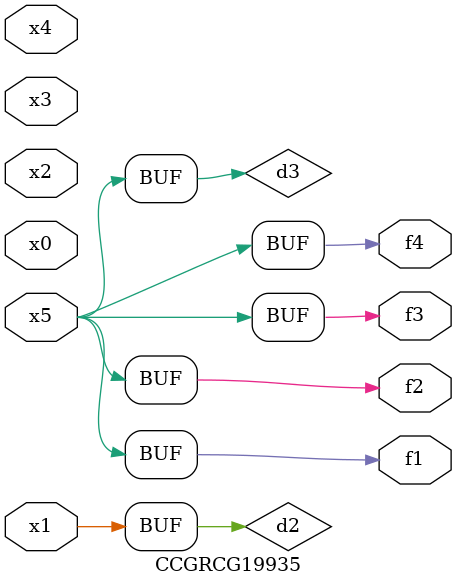
<source format=v>
module CCGRCG19935(
	input x0, x1, x2, x3, x4, x5,
	output f1, f2, f3, f4
);

	wire d1, d2, d3;

	not (d1, x5);
	or (d2, x1);
	xnor (d3, d1);
	assign f1 = d3;
	assign f2 = d3;
	assign f3 = d3;
	assign f4 = d3;
endmodule

</source>
